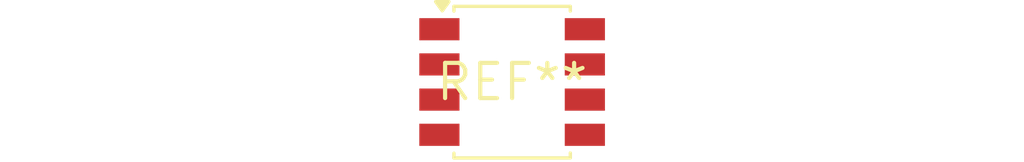
<source format=kicad_pcb>
(kicad_pcb (version 20240108) (generator pcbnew)
  (layers (0 "F.Cu" signal) (31 "B.Cu" signal) (34 "B.Paste" user) (35 "F.Paste" user) (36 "B.SilkS" user "B.Silkscreen") (37 "F.SilkS" user "F.Silkscreen") (38 "B.Mask" user) (39 "F.Mask" user) (44 "Edge.Cuts" user))
  (net 0 "")
  (footprint "SSOP-8_3.95x5.21x3.27mm_P1.27mm" (layer "F.Cu") (at 0 0)
    (property "Reference" "REF**")
    (property "Value" "SSOP-8_3.95x5.21x3.27mm_P1.27mm")
    (fp_line (start -2.1 -2.73) (end -2.1 -2.56) (layer "F.SilkS") (stroke (width 0.12)))
    (fp_line (start -2.1 2.57) (end -2.1 2.74) (layer "F.SilkS") (stroke (width 0.12)))
    (fp_line (start 2.1 -2.73) (end -2.1 -2.73) (layer "F.SilkS") (stroke (width 0.12)))
    (fp_line (start 2.1 -2.73) (end 2.1 -2.56) (layer "F.SilkS") (stroke (width 0.12)))
    (fp_line (start 2.1 2.56) (end 2.1 2.73) (layer "F.SilkS") (stroke (width 0.12)))
    (fp_line (start 2.1 2.74) (end -2.1 2.74) (layer "F.SilkS") (stroke (width 0.12)))
    (fp_poly (pts (xy -2.52 -2.57) (xy -2.76 -2.9) (xy -2.28 -2.9) (xy -2.52 -2.57)) (layer "F.SilkS") (stroke (width 0.12)) (fill solid))
    (pad "1" smd rect (at -2.625 -1.905) (size 1.45 0.8) (layers "F.Cu" "F.Paste" "F.Mask"))
    (pad "2" smd rect (at -2.625 -0.635) (size 1.45 0.8) (layers "F.Cu" "F.Paste" "F.Mask"))
    (pad "3" smd rect (at -2.625 0.635) (size 1.45 0.8) (layers "F.Cu" "F.Paste" "F.Mask"))
    (pad "4" smd rect (at -2.625 1.905) (size 1.45 0.8) (layers "F.Cu" "F.Paste" "F.Mask"))
    (pad "5" smd rect (at 2.625 1.905) (size 1.45 0.8) (layers "F.Cu" "F.Paste" "F.Mask"))
    (pad "6" smd rect (at 2.625 0.635) (size 1.45 0.8) (layers "F.Cu" "F.Paste" "F.Mask"))
    (pad "7" smd rect (at 2.625 -0.635) (size 1.45 0.8) (layers "F.Cu" "F.Paste" "F.Mask"))
    (pad "8" smd rect (at 2.625 -1.905) (size 1.45 0.8) (layers "F.Cu" "F.Paste" "F.Mask"))
  )
)
</source>
